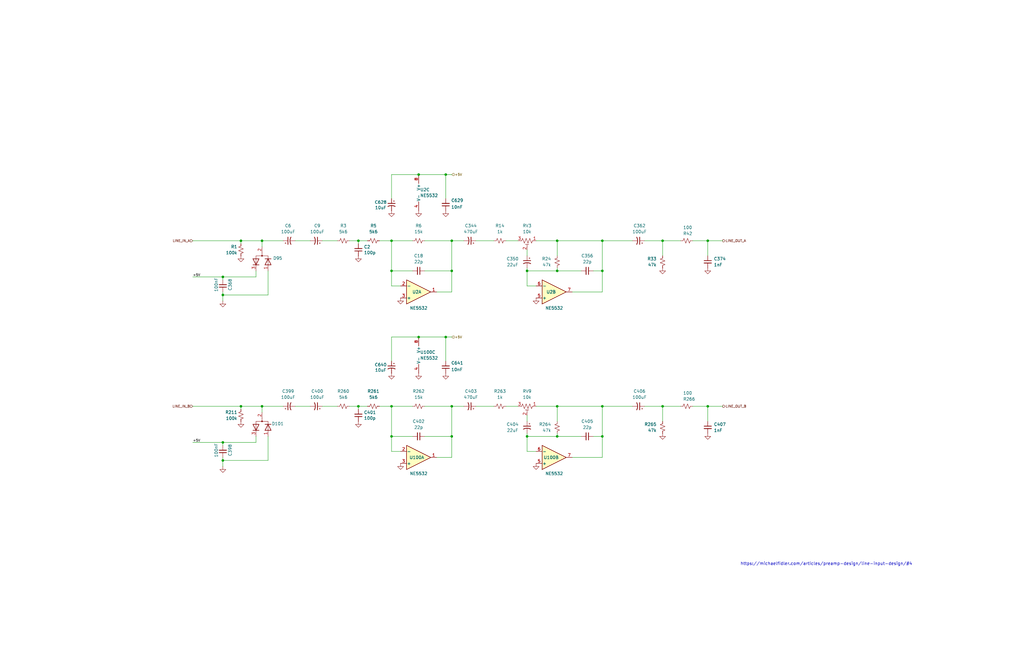
<source format=kicad_sch>
(kicad_sch (version 20250114) (generator "eeschema") (generator_version "9.0")
  (paper "B")
  (lib_symbols
    (symbol "Amplifier_Operational:NE5532" (pin_names (offset 0.127))
      (property "Reference" "U" (at 0 5.08 0))
      (property "Value" "NE5532" (at 0 -5.08 0))
      (symbol "NE5532_1_1"
        (polyline (pts (xy -5.08 5.08) (xy 5.08 0) (xy -5.08 -5.08) (xy -5.08 5.08)) (stroke (width 0.254)) (fill (type background)))
        (pin input line (at -7.62 2.54 0) (length 2.54) (name "+") (number "3"))
        (pin input line (at -7.62 -2.54 0) (length 2.54) (name "-") (number "2"))
        (pin output line (at 7.62 0 180) (length 2.54) (name "~") (number "1"))
      )
      (symbol "NE5532_2_1"
        (polyline (pts (xy -5.08 5.08) (xy 5.08 0) (xy -5.08 -5.08) (xy -5.08 5.08)) (stroke (width 0.254)) (fill (type background)))
        (pin input line (at -7.62 2.54 0) (length 2.54) (name "+") (number "5"))
        (pin input line (at -7.62 -2.54 0) (length 2.54) (name "-") (number "6"))
        (pin output line (at 7.62 0 180) (length 2.54) (name "~") (number "7"))
      )
      (symbol "NE5532_3_1"
        (pin power_in line (at -2.54 7.62 270) (length 3.81) (name "V+") (number "8"))
        (pin power_in line (at -2.54 -7.62 90) (length 3.81) (name "V-") (number "4"))
      )
    )
    (symbol "Device:C_Polarized_Small_US" (pin_numbers (hide yes)) (pin_names (offset 0.254) (hide yes))
      (property "Reference" "C" (at 0.254 1.778 0))
      (property "Value" "C_Polarized_Small_US" (at 0.254 -2.032 0))
      (symbol "C_Polarized_Small_US_0_1"
        (polyline (pts (xy -1.524 0.508) (xy 1.524 0.508)) (stroke (width 0.3048)))
        (polyline (pts (xy -1.27 1.524) (xy -0.762 1.524)))
        (polyline (pts (xy -1.016 1.27) (xy -1.016 1.778)))
        (arc (start -1.524 -0.762) (mid 0 -0.3734) (end 1.524 -0.762) (stroke (width 0.3048)))
      )
      (symbol "C_Polarized_Small_US_1_1"
        (pin passive line (at 0 2.54 270) (length 2.032) (name "~") (number "1"))
        (pin passive line (at 0 -2.54 90) (length 2.032) (name "~") (number "2"))
      )
    )
    (symbol "Device:C_Small" (pin_numbers (hide yes)) (pin_names (offset 0.254) (hide yes))
      (property "Reference" "C" (at 0.254 1.778 0))
      (property "Value" "C_Small" (at 0.254 -2.032 0))
      (symbol "C_Small_0_1"
        (polyline (pts (xy -1.524 0.508) (xy 1.524 0.508)) (stroke (width 0.3048)))
        (polyline (pts (xy -1.524 -0.508) (xy 1.524 -0.508)) (stroke (width 0.3302)))
      )
      (symbol "C_Small_1_1"
        (pin passive line (at 0 2.54 270) (length 2.032) (name "~") (number "1"))
        (pin passive line (at 0 -2.54 90) (length 2.032) (name "~") (number "2"))
      )
    )
    (symbol "Device:D_Dual_Series_ACK_Parallel" (pin_names (offset 0.762) (hide yes))
      (property "Reference" "D" (at 0 5.08 0))
      (property "Value" "D_Dual_Series_ACK_Parallel" (at 0 -5.08 0))
      (symbol "D_Dual_Series_ACK_Parallel_0_0"
        (polyline (pts (xy 0 -1.27) (xy 0 -3.81)) (stroke (width 0.254)))
        (polyline (pts (xy 2.54 3.81) (xy 2.54 1.27)) (stroke (width 0.254)))
      )
      (symbol "D_Dual_Series_ACK_Parallel_0_1"
        (circle (center -1.27 0) (radius 0.254) (fill (type outline)))
        (polyline (pts (xy -1.27 0) (xy -2.54 0)))
        (polyline (pts (xy 0 3.81) (xy 2.54 2.54) (xy 0 1.27) (xy 0 3.81) (xy 0 3.81) (xy 0 3.81)) (stroke (width 0.254)))
        (polyline (pts (xy 2.54 2.54) (xy -1.27 2.54) (xy -1.27 -2.54) (xy 2.54 -2.54)))
        (polyline (pts (xy 2.54 -1.27) (xy 0 -2.54) (xy 2.54 -3.81) (xy 2.54 -1.27) (xy 2.54 -1.27) (xy 2.54 -1.27)) (stroke (width 0.254)))
        (pin passive line (at -5.08 0 0) (length 2.54) (name "common") (number "2"))
        (pin passive line (at 5.08 2.54 180) (length 2.54) (name "K") (number "3"))
        (pin passive line (at 5.08 -2.54 180) (length 2.54) (name "A") (number "1"))
      )
    )
    (symbol "Device:R_Potentiometer_Trim_US" (pin_names (offset 1.016) (hide yes))
      (property "Reference" "RV" (at -4.445 0 90))
      (property "Value" "R_Potentiometer_Trim_US" (at -2.54 0 90))
      (symbol "R_Potentiometer_Trim_US_0_1"
        (polyline (pts (xy 0 2.286) (xy 0 2.54)))
        (polyline (pts (xy 0 2.286) (xy 1.016 1.905) (xy 0 1.524) (xy -1.016 1.143) (xy 0 0.762)))
        (polyline (pts (xy 0 0.762) (xy 1.016 0.381) (xy 0 0) (xy -1.016 -0.381) (xy 0 -0.762)))
        (polyline (pts (xy 0 -0.762) (xy 1.016 -1.143) (xy 0 -1.524) (xy -1.016 -1.905) (xy 0 -2.286)))
        (polyline (pts (xy 0 -2.286) (xy 0 -2.54)))
        (polyline (pts (xy 1.524 0.762) (xy 1.524 -0.762)))
        (polyline (pts (xy 2.54 0) (xy 1.524 0)))
      )
      (symbol "R_Potentiometer_Trim_US_1_1"
        (pin passive line (at 0 3.81 270) (length 1.27) (name "1") (number "1"))
        (pin passive line (at 0 -3.81 90) (length 1.27) (name "3") (number "3"))
        (pin passive line (at 3.81 0 180) (length 1.27) (name "2") (number "2"))
      )
    )
    (symbol "Device:R_Small_US" (pin_numbers (hide yes)) (pin_names (offset 0.254) (hide yes))
      (property "Reference" "R" (at 0.762 0.508 0))
      (property "Value" "R_Small_US" (at 0.762 -1.016 0))
      (symbol "R_Small_US_1_1"
        (polyline (pts (xy 0 1.524) (xy 1.016 1.143) (xy 0 0.762) (xy -1.016 0.381) (xy 0 0)))
        (polyline (pts (xy 0 0) (xy 1.016 -0.381) (xy 0 -0.762) (xy -1.016 -1.143) (xy 0 -1.524)))
        (pin passive line (at 0 2.54 270) (length 1.016) (name "~") (number "1"))
        (pin passive line (at 0 -2.54 90) (length 1.016) (name "~") (number "2"))
      )
    )
    (symbol "power:GND" (power) (pin_numbers (hide yes)) (pin_names (offset 0) (hide yes))
      (property "Value" "GND" (at 0 -3.81 0))
      (symbol "GND_0_1"
        (polyline (pts (xy 0 0) (xy 0 -1.27) (xy 1.27 -1.27) (xy 0 -2.54) (xy -1.27 -1.27) (xy 0 -1.27)))
      )
      (symbol "GND_1_1"
        (pin power_in line (at 0 0 270) (length 0) (name "~") (number "1"))
      )
    )
  )
  (text "https://michaelfidler.com/articles/preamp-design/line-input-design/#4" (at 348.488 237.998 0) (effects (font (size 1.27 1.27))))
  (junction (at 165.1 184.15))
  (junction (at 222.25 114.3))
  (junction (at 110.49 101.6))
  (junction (at 151.13 101.6))
  (junction (at 165.1 101.6))
  (junction (at 234.95 101.6))
  (junction (at 93.98 124.46))
  (junction (at 234.95 171.45))
  (junction (at 110.49 171.45))
  (junction (at 93.98 186.69))
  (junction (at 101.6 171.45))
  (junction (at 234.95 114.3))
  (junction (at 190.5 171.45))
  (junction (at 254 184.15))
  (junction (at 187.96 142.24))
  (junction (at 222.25 184.15))
  (junction (at 176.53 142.24))
  (junction (at 298.45 171.45))
  (junction (at 298.45 101.6))
  (junction (at 176.53 73.66))
  (junction (at 254 101.6))
  (junction (at 93.98 116.84))
  (junction (at 165.1 114.3))
  (junction (at 254 171.45))
  (junction (at 279.4 171.45))
  (junction (at 234.95 184.15))
  (junction (at 254 114.3))
  (junction (at 190.5 184.15))
  (junction (at 101.6 101.6))
  (junction (at 190.5 114.3))
  (junction (at 187.96 73.66))
  (junction (at 93.98 194.31))
  (junction (at 151.13 171.45))
  (junction (at 190.5 101.6))
  (junction (at 165.1 171.45))
  (junction (at 279.4 101.6))
  (wire (pts (xy 298.45 171.45) (xy 298.45 177.8)))
  (wire (pts (xy 187.96 142.24) (xy 176.53 142.24)))
  (wire (pts (xy 107.95 186.69) (xy 107.95 184.15)))
  (wire (pts (xy 151.13 172.72) (xy 151.13 171.45)))
  (wire (pts (xy 254 171.45) (xy 254 184.15)))
  (wire (pts (xy 254 101.6) (xy 234.95 101.6)))
  (wire (pts (xy 234.95 184.15) (xy 245.11 184.15)))
  (wire (pts (xy 165.1 83.82) (xy 165.1 73.66)))
  (wire (pts (xy 179.07 114.3) (xy 190.5 114.3)))
  (wire (pts (xy 298.45 101.6) (xy 298.45 107.95)))
  (wire (pts (xy 101.6 101.6) (xy 110.49 101.6)))
  (wire (pts (xy 226.06 120.65) (xy 222.25 120.65)))
  (wire (pts (xy 190.5 101.6) (xy 190.5 114.3)))
  (wire (pts (xy 81.28 101.6) (xy 101.6 101.6)))
  (wire (pts (xy 101.6 172.72) (xy 101.6 171.45)))
  (wire (pts (xy 222.25 120.65) (xy 222.25 114.3)))
  (wire (pts (xy 266.7 101.6) (xy 254 101.6)))
  (wire (pts (xy 110.49 104.14) (xy 110.49 101.6)))
  (wire (pts (xy 190.5 193.04) (xy 184.15 193.04)))
  (wire (pts (xy 113.03 114.3) (xy 113.03 124.46)))
  (wire (pts (xy 165.1 184.15) (xy 165.1 171.45)))
  (wire (pts (xy 165.1 184.15) (xy 173.99 184.15)))
  (wire (pts (xy 234.95 177.8) (xy 234.95 171.45)))
  (wire (pts (xy 279.4 101.6) (xy 271.78 101.6)))
  (wire (pts (xy 168.91 190.5) (xy 165.1 190.5)))
  (wire (pts (xy 254 101.6) (xy 254 114.3)))
  (wire (pts (xy 234.95 101.6) (xy 226.06 101.6)))
  (wire (pts (xy 241.3 123.19) (xy 254 123.19)))
  (wire (pts (xy 151.13 171.45) (xy 147.32 171.45)))
  (wire (pts (xy 250.19 184.15) (xy 254 184.15)))
  (wire (pts (xy 113.03 184.15) (xy 113.03 194.31)))
  (wire (pts (xy 234.95 114.3) (xy 222.25 114.3)))
  (wire (pts (xy 222.25 105.41) (xy 222.25 107.95)))
  (wire (pts (xy 113.03 124.46) (xy 93.98 124.46)))
  (wire (pts (xy 179.07 171.45) (xy 190.5 171.45)))
  (wire (pts (xy 250.19 114.3) (xy 254 114.3)))
  (wire (pts (xy 298.45 101.6) (xy 304.8 101.6)))
  (wire (pts (xy 234.95 171.45) (xy 226.06 171.45)))
  (wire (pts (xy 165.1 152.4) (xy 165.1 142.24)))
  (wire (pts (xy 113.03 194.31) (xy 93.98 194.31)))
  (wire (pts (xy 187.96 73.66) (xy 187.96 83.82)))
  (wire (pts (xy 107.95 186.69) (xy 93.98 186.69)))
  (wire (pts (xy 165.1 73.66) (xy 176.53 73.66)))
  (wire (pts (xy 110.49 171.45) (xy 119.38 171.45)))
  (wire (pts (xy 190.5 171.45) (xy 195.58 171.45)))
  (wire (pts (xy 200.66 171.45) (xy 208.28 171.45)))
  (wire (pts (xy 234.95 114.3) (xy 245.11 114.3)))
  (wire (pts (xy 107.95 116.84) (xy 107.95 114.3)))
  (wire (pts (xy 81.28 116.84) (xy 93.98 116.84)))
  (wire (pts (xy 279.4 101.6) (xy 287.02 101.6)))
  (wire (pts (xy 190.5 101.6) (xy 195.58 101.6)))
  (wire (pts (xy 187.96 73.66) (xy 176.53 73.66)))
  (wire (pts (xy 187.96 73.66) (xy 190.5 73.66)))
  (wire (pts (xy 101.6 102.87) (xy 101.6 101.6)))
  (wire (pts (xy 160.02 171.45) (xy 165.1 171.45)))
  (wire (pts (xy 93.98 127) (xy 93.98 124.46)))
  (wire (pts (xy 213.36 171.45) (xy 218.44 171.45)))
  (wire (pts (xy 279.4 107.95) (xy 279.4 101.6)))
  (wire (pts (xy 151.13 101.6) (xy 147.32 101.6)))
  (wire (pts (xy 254 171.45) (xy 234.95 171.45)))
  (wire (pts (xy 213.36 101.6) (xy 218.44 101.6)))
  (wire (pts (xy 93.98 196.85) (xy 93.98 194.31)))
  (wire (pts (xy 222.25 184.15) (xy 222.25 182.88)))
  (wire (pts (xy 254 123.19) (xy 254 114.3)))
  (wire (pts (xy 187.96 142.24) (xy 187.96 152.4)))
  (wire (pts (xy 234.95 113.03) (xy 234.95 114.3)))
  (wire (pts (xy 151.13 171.45) (xy 154.94 171.45)))
  (wire (pts (xy 222.25 190.5) (xy 222.25 184.15)))
  (wire (pts (xy 279.4 171.45) (xy 287.02 171.45)))
  (wire (pts (xy 165.1 142.24) (xy 176.53 142.24)))
  (wire (pts (xy 165.1 114.3) (xy 173.99 114.3)))
  (wire (pts (xy 190.5 114.3) (xy 190.5 123.19)))
  (wire (pts (xy 93.98 186.69) (xy 93.98 187.96)))
  (wire (pts (xy 110.49 101.6) (xy 119.38 101.6)))
  (wire (pts (xy 165.1 114.3) (xy 165.1 120.65)))
  (wire (pts (xy 292.1 171.45) (xy 298.45 171.45)))
  (wire (pts (xy 165.1 184.15) (xy 165.1 190.5)))
  (wire (pts (xy 165.1 171.45) (xy 173.99 171.45)))
  (wire (pts (xy 151.13 102.87) (xy 151.13 101.6)))
  (wire (pts (xy 165.1 114.3) (xy 165.1 101.6)))
  (wire (pts (xy 222.25 114.3) (xy 222.25 113.03)))
  (wire (pts (xy 107.95 116.84) (xy 93.98 116.84)))
  (wire (pts (xy 160.02 101.6) (xy 165.1 101.6)))
  (wire (pts (xy 135.89 171.45) (xy 142.24 171.45)))
  (wire (pts (xy 124.46 171.45) (xy 130.81 171.45)))
  (wire (pts (xy 81.28 186.69) (xy 93.98 186.69)))
  (wire (pts (xy 279.4 171.45) (xy 271.78 171.45)))
  (wire (pts (xy 222.25 175.26) (xy 222.25 177.8)))
  (wire (pts (xy 266.7 171.45) (xy 254 171.45)))
  (wire (pts (xy 200.66 101.6) (xy 208.28 101.6)))
  (wire (pts (xy 292.1 101.6) (xy 298.45 101.6)))
  (wire (pts (xy 110.49 173.99) (xy 110.49 171.45)))
  (wire (pts (xy 234.95 182.88) (xy 234.95 184.15)))
  (wire (pts (xy 165.1 101.6) (xy 173.99 101.6)))
  (wire (pts (xy 101.6 171.45) (xy 110.49 171.45)))
  (wire (pts (xy 279.4 177.8) (xy 279.4 171.45)))
  (wire (pts (xy 234.95 107.95) (xy 234.95 101.6)))
  (wire (pts (xy 241.3 193.04) (xy 254 193.04)))
  (wire (pts (xy 93.98 193.04) (xy 93.98 194.31)))
  (wire (pts (xy 124.46 101.6) (xy 130.81 101.6)))
  (wire (pts (xy 93.98 123.19) (xy 93.98 124.46)))
  (wire (pts (xy 81.28 171.45) (xy 101.6 171.45)))
  (wire (pts (xy 254 193.04) (xy 254 184.15)))
  (wire (pts (xy 93.98 116.84) (xy 93.98 118.11)))
  (wire (pts (xy 179.07 101.6) (xy 190.5 101.6)))
  (wire (pts (xy 190.5 123.19) (xy 184.15 123.19)))
  (wire (pts (xy 187.96 142.24) (xy 190.5 142.24)))
  (wire (pts (xy 298.45 171.45) (xy 304.8 171.45)))
  (wire (pts (xy 234.95 184.15) (xy 222.25 184.15)))
  (wire (pts (xy 190.5 184.15) (xy 190.5 193.04)))
  (wire (pts (xy 168.91 120.65) (xy 165.1 120.65)))
  (wire (pts (xy 179.07 184.15) (xy 190.5 184.15)))
  (wire (pts (xy 190.5 171.45) (xy 190.5 184.15)))
  (wire (pts (xy 151.13 101.6) (xy 154.94 101.6)))
  (wire (pts (xy 135.89 101.6) (xy 142.24 101.6)))
  (wire (pts (xy 226.06 190.5) (xy 222.25 190.5)))
  (label "+5V" (at 81.28 186.69 0) (effects (font (size 1 1))))
  (label "+5V" (at 81.28 116.84 0) (effects (font (size 1 1))))
  (hierarchical_label "LINE_OUT_A" (shape output) (at 304.8 101.6 0) (effects (font (size 1 1))))
  (hierarchical_label "+5V" (shape input) (at 190.5 73.66 0) (effects (font (size 1 1))))
  (hierarchical_label "+5V" (shape input) (at 190.5 142.24 0) (effects (font (size 1 1))))
  (hierarchical_label "LINE_OUT_B" (shape output) (at 304.8 171.45 0) (effects (font (size 1 1))))
  (hierarchical_label "LINE_IN_B" (shape input) (at 81.28 171.45 180) (effects (font (size 1 1))))
  (hierarchical_label "LINE_IN_A" (shape input) (at 81.28 101.6 180) (effects (font (size 1 1))))
  (symbol (lib_id "Device:C_Small") (at 247.65 114.3 270) (unit 1)
    (property "Reference" "C354" (at 247.6436 107.95 90))
    (property "Value" "22p" (at 247.6436 110.49 90))
    (property "Description" "Unpolarized capacitor, small symbol" (effects (hide yes)))
    (instances (project "PilotAudioPanel" (path "" (reference "C356") (unit 1)) (path "" (reference "C359") (unit 1)) (path "" (reference "C357") (unit 1)) (path "" (reference "C355") (unit 1)) (path "" (reference "C358") (unit 1)) (path "" (reference "C354") (unit 1))))
  )
  (symbol (lib_id "Device:R_Small_US") (at 210.82 101.6 90) (unit 1)
    (property "Reference" "R11" (at 210.82 95.25 90))
    (property "Value" "1k" (at 210.82 97.79 90))
    (property "Description" "Resistor, small US symbol" (effects (hide yes)))
    (instances (project "PilotAudioPanel" (path "" (reference "R14") (unit 1)) (path "" (reference "R19") (unit 1)) (path "" (reference "R16") (unit 1)) (path "" (reference "R12") (unit 1)) (path "" (reference "R18") (unit 1)) (path "" (reference "R11") (unit 1))))
  )
  (symbol (lib_id "Device:C_Small") (at 298.45 180.34 0) (unit 1)
    (property "Reference" "C387" (at 300.99 179.0762 0) (effects (justify left)))
    (property "Value" "1nF" (at 300.99 181.6162 0) (effects (justify left)))
    (property "Description" "Unpolarized capacitor, small symbol" (effects (hide yes)))
    (instances (project "PilotAudioPanel" (path "" (reference "C407") (unit 1)) (path "" (reference "C437") (unit 1)) (path "" (reference "C417") (unit 1)) (path "" (reference "C397") (unit 1)) (path "" (reference "C427") (unit 1)) (path "" (reference "C387") (unit 1))))
  )
  (symbol (lib_id "Amplifier_Operational:NE5532") (at 176.53 123.19 0) (mirror x) (unit 1)
    (property "Reference" "U3" (at 175.768 123.19 0))
    (property "Value" "NE5532" (at 176.53 129.9902 0))
    (property "Datasheet" "http://www.ti.com/lit/ds/symlink/ne5532.pdf" (effects (hide yes)))
    (property "Description" "Dual Low-Noise Operational Amplifiers, DIP-8/SOIC-8" (effects (hide yes)))
    (instances (project "PilotAudioPanel" (path "" (reference "U2") (unit 1)) (path "" (reference "U7") (unit 1)) (path "" (reference "U5") (unit 1)) (path "" (reference "U4") (unit 1)) (path "" (reference "U6") (unit 1)) (path "" (reference "U3") (unit 1))))
  )
  (symbol (lib_id "power:GND") (at 279.4 182.88 0) (unit 1)
    (property "Reference" "#PWR0565" (effects (hide yes)))
    (property "Value" "GND" (effects (hide yes)))
    (property "Description" "Power symbol creates a global label with name \"GND\" , ground" (effects (hide yes)))
    (instances (project "PilotAudioPanel" (path "" (reference "#PWR0579") (unit 1)) (path "" (reference "#PWR0600") (unit 1)) (path "" (reference "#PWR0586") (unit 1)) (path "" (reference "#PWR0572") (unit 1)) (path "" (reference "#PWR0593") (unit 1)) (path "" (reference "#PWR0565") (unit 1))))
  )
  (symbol (lib_id "Device:C_Small") (at 187.96 86.36 0) (mirror x) (unit 1)
    (property "Reference" "C170" (at 190.246 84.582 0) (effects (justify left)))
    (property "Value" "10nF" (at 190.246 87.376 0) (effects (justify left)))
    (property "Description" "Unpolarized capacitor, small symbol" (effects (hide yes)))
    (instances (project "PilotAudioPanel" (path "" (reference "C629") (unit 1)) (path "" (reference "C635") (unit 1)) (path "" (reference "C631") (unit 1)) (path "" (reference "C627") (unit 1)) (path "" (reference "C633") (unit 1)) (path "" (reference "C170") (unit 1))))
  )
  (symbol (lib_id "Device:C_Small") (at 187.96 154.94 0) (mirror x) (unit 1)
    (property "Reference" "C637" (at 190.246 153.162 0) (effects (justify left)))
    (property "Value" "10nF" (at 190.246 155.956 0) (effects (justify left)))
    (property "Description" "Unpolarized capacitor, small symbol" (effects (hide yes)))
    (instances (project "PilotAudioPanel" (path "" (reference "C641") (unit 1)) (path "" (reference "C647") (unit 1)) (path "" (reference "C643") (unit 1)) (path "" (reference "C639") (unit 1)) (path "" (reference "C645") (unit 1)) (path "" (reference "C637") (unit 1))))
  )
  (symbol (lib_id "Device:R_Small_US") (at 279.4 180.34 0) (mirror x) (unit 1)
    (property "Reference" "R192" (at 276.86 179.0699 0) (effects (justify right)))
    (property "Value" "47k" (at 276.86 181.6099 0) (effects (justify right)))
    (property "Description" "Resistor, small US symbol" (effects (hide yes)))
    (instances (project "PilotAudioPanel" (path "" (reference "R265") (unit 1)) (path "" (reference "R289") (unit 1)) (path "" (reference "R273") (unit 1)) (path "" (reference "R200") (unit 1)) (path "" (reference "R281") (unit 1)) (path "" (reference "R192") (unit 1))))
  )
  (symbol (lib_id "power:GND") (at 165.1 157.48 0) (unit 1)
    (property "Reference" "#PWR0382" (effects (hide yes)))
    (property "Value" "GND" (effects (hide yes)))
    (property "Description" "Power symbol creates a global label with name \"GND\" , ground" (effects (hide yes)))
    (instances (project "PilotAudioPanel" (path "" (reference "#PWR0386") (unit 1)) (path "" (reference "#PWR0392") (unit 1)) (path "" (reference "#PWR0388") (unit 1)) (path "" (reference "#PWR0384") (unit 1)) (path "" (reference "#PWR0390") (unit 1)) (path "" (reference "#PWR0382") (unit 1))))
  )
  (symbol (lib_id "Amplifier_Operational:NE5532") (at 179.07 149.86 0) (unit 3)
    (property "Reference" "U98" (at 177.165 148.6478 0) (effects (justify left)))
    (property "Value" "NE5532" (at 177.165 151.0721 0) (effects (justify left)))
    (property "Datasheet" "http://www.ti.com/lit/ds/symlink/ne5532.pdf" (effects (hide yes)))
    (property "Description" "Dual Low-Noise Operational Amplifiers, DIP-8/SOIC-8" (effects (hide yes)))
    (instances (project "PilotAudioPanel" (path "" (reference "U100") (unit 3)) (path "" (reference "U103") (unit 3)) (path "" (reference "U101") (unit 3)) (path "" (reference "U99") (unit 3)) (path "" (reference "U102") (unit 3)) (path "" (reference "U98") (unit 3))))
  )
  (symbol (lib_id "Device:C_Small") (at 176.53 184.15 270) (unit 1)
    (property "Reference" "C382" (at 176.5236 177.8 90))
    (property "Value" "22p" (at 176.5236 180.34 90))
    (property "Description" "Unpolarized capacitor, small symbol" (effects (hide yes)))
    (instances (project "PilotAudioPanel" (path "" (reference "C402") (unit 1)) (path "" (reference "C432") (unit 1)) (path "" (reference "C412") (unit 1)) (path "" (reference "C392") (unit 1)) (path "" (reference "C422") (unit 1)) (path "" (reference "C382") (unit 1))))
  )
  (symbol (lib_id "Device:C_Small") (at 151.13 175.26 180) (unit 1)
    (property "Reference" "C381" (at 153.4541 174.0414 0) (effects (justify right)))
    (property "Value" "100p" (at 153.4541 176.4657 0) (effects (justify right)))
    (property "Description" "Unpolarized capacitor, small symbol" (effects (hide yes)))
    (instances (project "PilotAudioPanel" (path "" (reference "C401") (unit 1)) (path "" (reference "C431") (unit 1)) (path "" (reference "C411") (unit 1)) (path "" (reference "C391") (unit 1)) (path "" (reference "C421") (unit 1)) (path "" (reference "C381") (unit 1))))
  )
  (symbol (lib_id "Device:C_Small") (at 298.45 110.49 0) (unit 1)
    (property "Reference" "C372" (at 300.99 109.2262 0) (effects (justify left)))
    (property "Value" "1nF" (at 300.99 111.7662 0) (effects (justify left)))
    (property "Description" "Unpolarized capacitor, small symbol" (effects (hide yes)))
    (instances (project "PilotAudioPanel" (path "" (reference "C374") (unit 1)) (path "" (reference "C377") (unit 1)) (path "" (reference "C375") (unit 1)) (path "" (reference "C373") (unit 1)) (path "" (reference "C376") (unit 1)) (path "" (reference "C372") (unit 1))))
  )
  (symbol (lib_id "Device:C_Polarized_Small_US") (at 121.92 171.45 90) (unit 1)
    (property "Reference" "C379" (at 121.4882 165.1 90))
    (property "Value" "100uF" (at 121.4882 167.64 90))
    (property "Description" "Polarized capacitor, small US symbol" (effects (hide yes)))
    (instances (project "PilotAudioPanel" (path "" (reference "C399") (unit 1)) (path "" (reference "C429") (unit 1)) (path "" (reference "C409") (unit 1)) (path "" (reference "C389") (unit 1)) (path "" (reference "C419") (unit 1)) (path "" (reference "C379") (unit 1))))
  )
  (symbol (lib_id "power:GND") (at 226.06 125.73 0) (unit 1)
    (property "Reference" "#PWR029" (effects (hide yes)))
    (property "Value" "GND" (effects (hide yes)))
    (property "Description" "Power symbol creates a global label with name \"GND\" , ground" (effects (hide yes)))
    (instances (project "PilotAudioPanel" (path "" (reference "#PWR031") (unit 1)) (path "" (reference "#PWR037") (unit 1)) (path "" (reference "#PWR035") (unit 1)) (path "" (reference "#PWR030") (unit 1)) (path "" (reference "#PWR036") (unit 1)) (path "" (reference "#PWR029") (unit 1))))
  )
  (symbol (lib_id "Device:R_Small_US") (at 101.6 175.26 0) (mirror y) (unit 1)
    (property "Reference" "R186" (at 100.076 173.99 0) (effects (justify left)))
    (property "Value" "100k" (at 100.076 176.53 0) (effects (justify left)))
    (property "Description" "Resistor, small US symbol" (effects (hide yes)))
    (instances (project "PilotAudioPanel" (path "" (reference "R211") (unit 1)) (path "" (reference "R283") (unit 1)) (path "" (reference "R267") (unit 1)) (path "" (reference "R194") (unit 1)) (path "" (reference "R275") (unit 1)) (path "" (reference "R186") (unit 1))))
  )
  (symbol (lib_id "Device:R_Small_US") (at 234.95 110.49 0) (mirror x) (unit 1)
    (property "Reference" "R20" (at 232.41 109.2199 0) (effects (justify right)))
    (property "Value" "47k" (at 232.41 111.7599 0) (effects (justify right)))
    (property "Description" "Resistor, small US symbol" (effects (hide yes)))
    (instances (project "PilotAudioPanel" (path "" (reference "R24") (unit 1)) (path "" (reference "R30") (unit 1)) (path "" (reference "R28") (unit 1)) (path "" (reference "R22") (unit 1)) (path "" (reference "R29") (unit 1)) (path "" (reference "R20") (unit 1))))
  )
  (symbol (lib_id "power:GND") (at 168.91 195.58 0) (unit 1)
    (property "Reference" "#PWR0563" (effects (hide yes)))
    (property "Value" "GND" (effects (hide yes)))
    (property "Description" "Power symbol creates a global label with name \"GND\" , ground" (effects (hide yes)))
    (instances (project "PilotAudioPanel" (path "" (reference "#PWR0577") (unit 1)) (path "" (reference "#PWR0598") (unit 1)) (path "" (reference "#PWR0584") (unit 1)) (path "" (reference "#PWR0570") (unit 1)) (path "" (reference "#PWR0591") (unit 1)) (path "" (reference "#PWR0563") (unit 1))))
  )
  (symbol (lib_id "Device:R_Small_US") (at 144.78 101.6 90) (unit 1)
    (property "Reference" "R13" (at 144.78 95.25 90))
    (property "Value" "5k6" (at 144.78 97.79 90))
    (property "Description" "Resistor, small US symbol" (effects (hide yes)))
    (instances (project "PilotAudioPanel" (path "" (reference "R3") (unit 1)) (path "" (reference "R39") (unit 1)) (path "" (reference "R38") (unit 1)) (path "" (reference "R21") (unit 1)) (path "" (reference "R37") (unit 1)) (path "" (reference "R13") (unit 1))))
  )
  (symbol (lib_id "Device:C_Polarized_Small_US") (at 121.92 101.6 90) (unit 1)
    (property "Reference" "C3" (at 121.4882 95.25 90))
    (property "Value" "100uF" (at 121.4882 97.79 90))
    (property "Description" "Polarized capacitor, small US symbol" (effects (hide yes)))
    (instances (project "" (path "" (reference "C6") (unit 1)) (path "" (reference "C12") (unit 1)) (path "" (reference "C8") (unit 1)) (path "" (reference "C4") (unit 1)) (path "" (reference "C10") (unit 1)) (path "" (reference "C3") (unit 1))))
  )
  (symbol (lib_id "Device:C_Polarized_Small_US") (at 222.25 110.49 0) (mirror y) (unit 1)
    (property "Reference" "C348" (at 216.154 109.22 0))
    (property "Value" "22uF" (at 216.154 111.76 0))
    (property "Description" "Polarized capacitor, small US symbol" (effects (hide yes)))
    (instances (project "PilotAudioPanel" (path "" (reference "C350") (unit 1)) (path "" (reference "C353") (unit 1)) (path "" (reference "C351") (unit 1)) (path "" (reference "C349") (unit 1)) (path "" (reference "C352") (unit 1)) (path "" (reference "C348") (unit 1))))
  )
  (symbol (lib_id "Amplifier_Operational:NE5532") (at 176.53 193.04 0) (mirror x) (unit 1)
    (property "Reference" "U98" (at 175.768 193.04 0))
    (property "Value" "NE5532" (at 176.53 199.8402 0))
    (property "Datasheet" "http://www.ti.com/lit/ds/symlink/ne5532.pdf" (effects (hide yes)))
    (property "Description" "Dual Low-Noise Operational Amplifiers, DIP-8/SOIC-8" (effects (hide yes)))
    (instances (project "PilotAudioPanel" (path "" (reference "U100") (unit 1)) (path "" (reference "U103") (unit 1)) (path "" (reference "U101") (unit 1)) (path "" (reference "U99") (unit 1)) (path "" (reference "U102") (unit 1)) (path "" (reference "U98") (unit 1))))
  )
  (symbol (lib_id "power:GND") (at 165.1 88.9 0) (unit 1)
    (property "Reference" "#PWR0309" (effects (hide yes)))
    (property "Value" "GND" (effects (hide yes)))
    (property "Description" "Power symbol creates a global label with name \"GND\" , ground" (effects (hide yes)))
    (instances (project "PilotAudioPanel" (path "" (reference "#PWR0314") (unit 1)) (path "" (reference "#PWR0380") (unit 1)) (path "" (reference "#PWR0376") (unit 1)) (path "" (reference "#PWR0311") (unit 1)) (path "" (reference "#PWR0378") (unit 1)) (path "" (reference "#PWR0309") (unit 1))))
  )
  (symbol (lib_id "Device:R_Small_US") (at 144.78 171.45 90) (unit 1)
    (property "Reference" "R187" (at 144.78 165.1 90))
    (property "Value" "5k6" (at 144.78 167.64 90))
    (property "Description" "Resistor, small US symbol" (effects (hide yes)))
    (instances (project "PilotAudioPanel" (path "" (reference "R260") (unit 1)) (path "" (reference "R284") (unit 1)) (path "" (reference "R268") (unit 1)) (path "" (reference "R195") (unit 1)) (path "" (reference "R276") (unit 1)) (path "" (reference "R187") (unit 1))))
  )
  (symbol (lib_id "Device:C_Small") (at 176.53 114.3 270) (unit 1)
    (property "Reference" "C16" (at 176.5236 107.95 90))
    (property "Value" "22p" (at 176.5236 110.49 90))
    (property "Description" "Unpolarized capacitor, small symbol" (effects (hide yes)))
    (instances (project "PilotAudioPanel" (path "" (reference "C18") (unit 1)) (path "" (reference "C24") (unit 1)) (path "" (reference "C22") (unit 1)) (path "" (reference "C17") (unit 1)) (path "" (reference "C23") (unit 1)) (path "" (reference "C16") (unit 1))))
  )
  (symbol (lib_id "Device:R_Small_US") (at 176.53 171.45 90) (unit 1)
    (property "Reference" "R189" (at 176.53 165.1 90))
    (property "Value" "15k" (at 176.53 167.64 90))
    (property "Description" "Resistor, small US symbol" (effects (hide yes)))
    (instances (project "PilotAudioPanel" (path "" (reference "R262") (unit 1)) (path "" (reference "R286") (unit 1)) (path "" (reference "R270") (unit 1)) (path "" (reference "R197") (unit 1)) (path "" (reference "R278") (unit 1)) (path "" (reference "R189") (unit 1))))
  )
  (symbol (lib_id "Device:C_Small") (at 93.98 120.65 0) (mirror x) (unit 1)
    (property "Reference" "C366" (at 97.028 122.682 90) (effects (justify right)))
    (property "Value" "100nF" (at 91.186 123.19 90) (effects (justify right)))
    (property "Description" "Unpolarized capacitor, small symbol" (effects (hide yes)))
    (instances (project "PilotAudioPanel" (path "" (reference "C368") (unit 1)) (path "" (reference "C371") (unit 1)) (path "" (reference "C369") (unit 1)) (path "" (reference "C367") (unit 1)) (path "" (reference "C370") (unit 1)) (path "" (reference "C366") (unit 1))))
  )
  (symbol (lib_id "power:GND") (at 187.96 88.9 0) (mirror y) (unit 1)
    (property "Reference" "#PWR0310" (effects (hide yes)))
    (property "Value" "GND" (effects (hide yes)))
    (property "Description" "Power symbol creates a global label with name \"GND\" , ground" (effects (hide yes)))
    (instances (project "PilotAudioPanel" (path "" (reference "#PWR0322") (unit 1)) (path "" (reference "#PWR0381") (unit 1)) (path "" (reference "#PWR0377") (unit 1)) (path "" (reference "#PWR0313") (unit 1)) (path "" (reference "#PWR0379") (unit 1)) (path "" (reference "#PWR0310") (unit 1))))
  )
  (symbol (lib_id "Device:R_Potentiometer_Trim_US") (at 222.25 171.45 270) (unit 1)
    (property "Reference" "RV7" (at 222.25 165.1 90))
    (property "Value" "10k" (at 222.25 167.64 90))
    (property "Description" "Trim-potentiometer, US symbol" (effects (hide yes)))
    (instances (project "PilotAudioPanel" (path "" (reference "RV9") (unit 1)) (path "" (reference "RV12") (unit 1)) (path "" (reference "RV10") (unit 1)) (path "" (reference "RV8") (unit 1)) (path "" (reference "RV11") (unit 1)) (path "" (reference "RV7") (unit 1))))
  )
  (symbol (lib_id "power:GND") (at 101.6 107.95 0) (unit 1)
    (property "Reference" "#PWR07" (effects (hide yes)))
    (property "Value" "GND" (effects (hide yes)))
    (property "Description" "Power symbol creates a global label with name \"GND\" , ground" (effects (hide yes)))
    (instances (project "PilotAudioPanel" (path "" (reference "#PWR03") (unit 1)) (path "" (reference "#PWR022") (unit 1)) (path "" (reference "#PWR020") (unit 1)) (path "" (reference "#PWR013") (unit 1)) (path "" (reference "#PWR021") (unit 1)) (path "" (reference "#PWR07") (unit 1))))
  )
  (symbol (lib_id "Device:R_Small_US") (at 157.48 101.6 90) (unit 1)
    (property "Reference" "R15" (at 157.48 95.25 90))
    (property "Value" "5k6" (at 157.48 97.79 90))
    (property "Description" "Resistor, small US symbol" (effects (hide yes)))
    (instances (project "PilotAudioPanel" (path "" (reference "R5") (unit 1)) (path "" (reference "R45") (unit 1)) (path "" (reference "R43") (unit 1)) (path "" (reference "R23") (unit 1)) (path "" (reference "R44") (unit 1)) (path "" (reference "R15") (unit 1))))
  )
  (symbol (lib_id "Device:C_Polarized_Small_US") (at 222.25 180.34 0) (mirror y) (unit 1)
    (property "Reference" "C384" (at 216.154 179.07 0))
    (property "Value" "22uF" (at 216.154 181.61 0))
    (property "Description" "Polarized capacitor, small US symbol" (effects (hide yes)))
    (instances (project "PilotAudioPanel" (path "" (reference "C404") (unit 1)) (path "" (reference "C434") (unit 1)) (path "" (reference "C414") (unit 1)) (path "" (reference "C394") (unit 1)) (path "" (reference "C424") (unit 1)) (path "" (reference "C384") (unit 1))))
  )
  (symbol (lib_id "Device:C_Polarized_Small_US") (at 165.1 154.94 0) (mirror y) (unit 1)
    (property "Reference" "C636" (at 160.528 153.924 0))
    (property "Value" "10uF" (at 160.528 156.21 0))
    (property "Description" "Polarized capacitor, small US symbol" (effects (hide yes)))
    (instances (project "PilotAudioPanel" (path "" (reference "C640") (unit 1)) (path "" (reference "C646") (unit 1)) (path "" (reference "C642") (unit 1)) (path "" (reference "C638") (unit 1)) (path "" (reference "C644") (unit 1)) (path "" (reference "C636") (unit 1))))
  )
  (symbol (lib_id "power:GND") (at 226.06 195.58 0) (unit 1)
    (property "Reference" "#PWR0564" (effects (hide yes)))
    (property "Value" "GND" (effects (hide yes)))
    (property "Description" "Power symbol creates a global label with name \"GND\" , ground" (effects (hide yes)))
    (instances (project "PilotAudioPanel" (path "" (reference "#PWR0578") (unit 1)) (path "" (reference "#PWR0599") (unit 1)) (path "" (reference "#PWR0585") (unit 1)) (path "" (reference "#PWR0571") (unit 1)) (path "" (reference "#PWR0592") (unit 1)) (path "" (reference "#PWR0564") (unit 1))))
  )
  (symbol (lib_id "power:GND") (at 168.91 125.73 0) (unit 1)
    (property "Reference" "#PWR02" (effects (hide yes)))
    (property "Value" "GND" (effects (hide yes)))
    (property "Description" "Power symbol creates a global label with name \"GND\" , ground" (effects (hide yes)))
    (instances (project "PilotAudioPanel" (path "" (reference "#PWR05") (unit 1)) (path "" (reference "#PWR09") (unit 1)) (path "" (reference "#PWR06") (unit 1)) (path "" (reference "#PWR04") (unit 1)) (path "" (reference "#PWR08") (unit 1)) (path "" (reference "#PWR02") (unit 1))))
  )
  (symbol (lib_id "Device:R_Small_US") (at 234.95 180.34 0) (mirror x) (unit 1)
    (property "Reference" "R191" (at 232.41 179.0699 0) (effects (justify right)))
    (property "Value" "47k" (at 232.41 181.6099 0) (effects (justify right)))
    (property "Description" "Resistor, small US symbol" (effects (hide yes)))
    (instances (project "PilotAudioPanel" (path "" (reference "R264") (unit 1)) (path "" (reference "R288") (unit 1)) (path "" (reference "R272") (unit 1)) (path "" (reference "R199") (unit 1)) (path "" (reference "R280") (unit 1)) (path "" (reference "R191") (unit 1))))
  )
  (symbol (lib_id "Amplifier_Operational:NE5532") (at 179.07 81.28 0) (unit 3)
    (property "Reference" "U3" (at 177.165 80.0678 0) (effects (justify left)))
    (property "Value" "NE5532" (at 177.165 82.4921 0) (effects (justify left)))
    (property "Datasheet" "http://www.ti.com/lit/ds/symlink/ne5532.pdf" (effects (hide yes)))
    (property "Description" "Dual Low-Noise Operational Amplifiers, DIP-8/SOIC-8" (effects (hide yes)))
    (instances (project "PilotAudioPanel" (path "" (reference "U2") (unit 3)) (path "" (reference "U7") (unit 3)) (path "" (reference "U5") (unit 3)) (path "" (reference "U4") (unit 3)) (path "" (reference "U6") (unit 3)) (path "" (reference "U3") (unit 3))))
  )
  (symbol (lib_id "power:GND") (at 151.13 177.8 0) (unit 1)
    (property "Reference" "#PWR0562" (effects (hide yes)))
    (property "Value" "GND" (effects (hide yes)))
    (property "Description" "Power symbol creates a global label with name \"GND\" , ground" (effects (hide yes)))
    (instances (project "PilotAudioPanel" (path "" (reference "#PWR0576") (unit 1)) (path "" (reference "#PWR0597") (unit 1)) (path "" (reference "#PWR0583") (unit 1)) (path "" (reference "#PWR0569") (unit 1)) (path "" (reference "#PWR0590") (unit 1)) (path "" (reference "#PWR0562") (unit 1))))
  )
  (symbol (lib_id "Device:D_Dual_Series_ACK_Parallel") (at 110.49 179.07 90) (mirror x) (unit 1)
    (property "Reference" "D99" (at 117.094 178.816 90))
    (property "Value" "D_Dual_Series_ACK_Parallel" (effects (hide yes)))
    (property "Description" "Dual diode, anode/center/cathode" (effects (hide yes)))
    (instances (project "PilotAudioPanel" (path "" (reference "D101") (unit 1)) (path "" (reference "D104") (unit 1)) (path "" (reference "D102") (unit 1)) (path "" (reference "D100") (unit 1)) (path "" (reference "D103") (unit 1)) (path "" (reference "D99") (unit 1))))
  )
  (symbol (lib_id "Device:C_Small") (at 93.98 190.5 0) (mirror x) (unit 1)
    (property "Reference" "C378" (at 97.028 192.532 90) (effects (justify right)))
    (property "Value" "100nF" (at 91.186 193.04 90) (effects (justify right)))
    (property "Description" "Unpolarized capacitor, small symbol" (effects (hide yes)))
    (instances (project "PilotAudioPanel" (path "" (reference "C398") (unit 1)) (path "" (reference "C428") (unit 1)) (path "" (reference "C408") (unit 1)) (path "" (reference "C388") (unit 1)) (path "" (reference "C418") (unit 1)) (path "" (reference "C378") (unit 1))))
  )
  (symbol (lib_id "Amplifier_Operational:NE5532") (at 233.68 193.04 0) (mirror x) (unit 2)
    (property "Reference" "U98" (at 232.41 193.04 0))
    (property "Value" "NE5532" (at 233.68 199.8402 0))
    (property "Datasheet" "http://www.ti.com/lit/ds/symlink/ne5532.pdf" (effects (hide yes)))
    (property "Description" "Dual Low-Noise Operational Amplifiers, DIP-8/SOIC-8" (effects (hide yes)))
    (instances (project "PilotAudioPanel" (path "" (reference "U100") (unit 2)) (path "" (reference "U103") (unit 2)) (path "" (reference "U101") (unit 2)) (path "" (reference "U99") (unit 2)) (path "" (reference "U102") (unit 2)) (path "" (reference "U98") (unit 2))))
  )
  (symbol (lib_id "Device:C_Small") (at 247.65 184.15 270) (unit 1)
    (property "Reference" "C385" (at 247.6436 177.8 90))
    (property "Value" "22p" (at 247.6436 180.34 90))
    (property "Description" "Unpolarized capacitor, small symbol" (effects (hide yes)))
    (instances (project "PilotAudioPanel" (path "" (reference "C405") (unit 1)) (path "" (reference "C435") (unit 1)) (path "" (reference "C415") (unit 1)) (path "" (reference "C395") (unit 1)) (path "" (reference "C425") (unit 1)) (path "" (reference "C385") (unit 1))))
  )
  (symbol (lib_id "Device:R_Small_US") (at 289.56 101.6 90) (unit 1)
    (property "Reference" "R40" (at 288.036 98.552 90) (effects (justify right)))
    (property "Value" "100" (at 288.036 96.012 90) (effects (justify right)))
    (property "Description" "Resistor, small US symbol" (effects (hide yes)))
    (instances (project "PilotAudioPanel" (path "" (reference "R42") (unit 1)) (path "" (reference "R48") (unit 1)) (path "" (reference "R46") (unit 1)) (path "" (reference "R41") (unit 1)) (path "" (reference "R47") (unit 1)) (path "" (reference "R40") (unit 1))))
  )
  (symbol (lib_id "Device:R_Small_US") (at 157.48 171.45 90) (unit 1)
    (property "Reference" "R188" (at 157.48 165.1 90))
    (property "Value" "5k6" (at 157.48 167.64 90))
    (property "Description" "Resistor, small US symbol" (effects (hide yes)))
    (instances (project "PilotAudioPanel" (path "" (reference "R261") (unit 1)) (path "" (reference "R285") (unit 1)) (path "" (reference "R269") (unit 1)) (path "" (reference "R196") (unit 1)) (path "" (reference "R277") (unit 1)) (path "" (reference "R188") (unit 1))))
  )
  (symbol (lib_id "power:GND") (at 176.53 88.9 0) (mirror y) (unit 1)
    (property "Reference" "#PWR0394" (effects (hide yes)))
    (property "Value" "GND" (effects (hide yes)))
    (property "Description" "Power symbol creates a global label with name \"GND\" , ground" (effects (hide yes)))
    (instances (project "PilotAudioPanel" (path "" (reference "#PWR0800") (unit 1)) (path "" (reference "#PWR0803") (unit 1)) (path "" (reference "#PWR0801") (unit 1)) (path "" (reference "#PWR0799") (unit 1)) (path "" (reference "#PWR0802") (unit 1)) (path "" (reference "#PWR0394") (unit 1))))
  )
  (symbol (lib_id "Device:C_Polarized_Small_US") (at 269.24 101.6 270) (mirror x) (unit 1)
    (property "Reference" "C360" (at 269.6718 95.25 90))
    (property "Value" "100uF" (at 269.6718 97.79 90))
    (property "Description" "Polarized capacitor, small US symbol" (effects (hide yes)))
    (instances (project "PilotAudioPanel" (path "" (reference "C362") (unit 1)) (path "" (reference "C365") (unit 1)) (path "" (reference "C363") (unit 1)) (path "" (reference "C361") (unit 1)) (path "" (reference "C364") (unit 1)) (path "" (reference "C360") (unit 1))))
  )
  (symbol (lib_id "power:GND") (at 176.53 157.48 0) (mirror y) (unit 1)
    (property "Reference" "#PWR0804" (effects (hide yes)))
    (property "Value" "GND" (effects (hide yes)))
    (property "Description" "Power symbol creates a global label with name \"GND\" , ground" (effects (hide yes)))
    (instances (project "PilotAudioPanel" (path "" (reference "#PWR0806") (unit 1)) (path "" (reference "#PWR0809") (unit 1)) (path "" (reference "#PWR0807") (unit 1)) (path "" (reference "#PWR0805") (unit 1)) (path "" (reference "#PWR0808") (unit 1)) (path "" (reference "#PWR0804") (unit 1))))
  )
  (symbol (lib_id "power:GND") (at 298.45 182.88 0) (unit 1)
    (property "Reference" "#PWR0566" (effects (hide yes)))
    (property "Value" "GND" (effects (hide yes)))
    (property "Description" "Power symbol creates a global label with name \"GND\" , ground" (effects (hide yes)))
    (instances (project "PilotAudioPanel" (path "" (reference "#PWR0580") (unit 1)) (path "" (reference "#PWR0601") (unit 1)) (path "" (reference "#PWR0587") (unit 1)) (path "" (reference "#PWR0573") (unit 1)) (path "" (reference "#PWR0594") (unit 1)) (path "" (reference "#PWR0566") (unit 1))))
  )
  (symbol (lib_id "Device:C_Polarized_Small_US") (at 269.24 171.45 270) (mirror x) (unit 1)
    (property "Reference" "C386" (at 269.6718 165.1 90))
    (property "Value" "100uF" (at 269.6718 167.64 90))
    (property "Description" "Polarized capacitor, small US symbol" (effects (hide yes)))
    (instances (project "PilotAudioPanel" (path "" (reference "C406") (unit 1)) (path "" (reference "C436") (unit 1)) (path "" (reference "C416") (unit 1)) (path "" (reference "C396") (unit 1)) (path "" (reference "C426") (unit 1)) (path "" (reference "C386") (unit 1))))
  )
  (symbol (lib_id "power:GND") (at 93.98 127 0) (unit 1)
    (property "Reference" "#PWR023" (effects (hide yes)))
    (property "Value" "GND" (effects (hide yes)))
    (property "Description" "Power symbol creates a global label with name \"GND\" , ground" (effects (hide yes)))
    (instances (project "PilotAudioPanel" (path "" (reference "#PWR025") (unit 1)) (path "" (reference "#PWR028") (unit 1)) (path "" (reference "#PWR026") (unit 1)) (path "" (reference "#PWR024") (unit 1)) (path "" (reference "#PWR027") (unit 1)) (path "" (reference "#PWR023") (unit 1))))
  )
  (symbol (lib_id "Device:R_Small_US") (at 176.53 101.6 90) (unit 1)
    (property "Reference" "R2" (at 176.53 95.25 90))
    (property "Value" "15k" (at 176.53 97.79 90))
    (property "Description" "Resistor, small US symbol" (effects (hide yes)))
    (instances (project "PilotAudioPanel" (path "" (reference "R6") (unit 1)) (path "" (reference "R10") (unit 1)) (path "" (reference "R7") (unit 1)) (path "" (reference "R4") (unit 1)) (path "" (reference "R8") (unit 1)) (path "" (reference "R2") (unit 1))))
  )
  (symbol (lib_id "Device:C_Small") (at 151.13 105.41 180) (unit 1)
    (property "Reference" "C7" (at 153.4541 104.1914 0) (effects (justify right)))
    (property "Value" "100p" (at 153.4541 106.6157 0) (effects (justify right)))
    (property "Description" "Unpolarized capacitor, small symbol" (effects (hide yes)))
    (instances (project "PilotAudioPanel" (path "" (reference "C2") (unit 1)) (path "" (reference "C21") (unit 1)) (path "" (reference "C19") (unit 1)) (path "" (reference "C11") (unit 1)) (path "" (reference "C20") (unit 1)) (path "" (reference "C7") (unit 1))))
  )
  (symbol (lib_id "Device:C_Polarized_Small_US") (at 198.12 171.45 270) (mirror x) (unit 1)
    (property "Reference" "C383" (at 198.5518 165.1 90))
    (property "Value" "470uF" (at 198.5518 167.64 90))
    (property "Description" "Polarized capacitor, small US symbol" (effects (hide yes)))
    (instances (project "PilotAudioPanel" (path "" (reference "C403") (unit 1)) (path "" (reference "C433") (unit 1)) (path "" (reference "C413") (unit 1)) (path "" (reference "C393") (unit 1)) (path "" (reference "C423") (unit 1)) (path "" (reference "C383") (unit 1))))
  )
  (symbol (lib_id "power:GND") (at 187.96 157.48 0) (mirror y) (unit 1)
    (property "Reference" "#PWR0383" (effects (hide yes)))
    (property "Value" "GND" (effects (hide yes)))
    (property "Description" "Power symbol creates a global label with name \"GND\" , ground" (effects (hide yes)))
    (instances (project "PilotAudioPanel" (path "" (reference "#PWR0387") (unit 1)) (path "" (reference "#PWR0393") (unit 1)) (path "" (reference "#PWR0389") (unit 1)) (path "" (reference "#PWR0385") (unit 1)) (path "" (reference "#PWR0391") (unit 1)) (path "" (reference "#PWR0383") (unit 1))))
  )
  (symbol (lib_id "Device:R_Small_US") (at 289.56 171.45 90) (unit 1)
    (property "Reference" "R193" (at 288.036 168.402 90) (effects (justify right)))
    (property "Value" "100" (at 288.036 165.862 90) (effects (justify right)))
    (property "Description" "Resistor, small US symbol" (effects (hide yes)))
    (instances (project "PilotAudioPanel" (path "" (reference "R266") (unit 1)) (path "" (reference "R290") (unit 1)) (path "" (reference "R274") (unit 1)) (path "" (reference "R201") (unit 1)) (path "" (reference "R282") (unit 1)) (path "" (reference "R193") (unit 1))))
  )
  (symbol (lib_id "Device:R_Small_US") (at 210.82 171.45 90) (unit 1)
    (property "Reference" "R190" (at 210.82 165.1 90))
    (property "Value" "1k" (at 210.82 167.64 90))
    (property "Description" "Resistor, small US symbol" (effects (hide yes)))
    (instances (project "PilotAudioPanel" (path "" (reference "R263") (unit 1)) (path "" (reference "R287") (unit 1)) (path "" (reference "R271") (unit 1)) (path "" (reference "R198") (unit 1)) (path "" (reference "R279") (unit 1)) (path "" (reference "R190") (unit 1))))
  )
  (symbol (lib_id "Device:D_Dual_Series_ACK_Parallel") (at 110.49 109.22 90) (mirror x) (unit 1)
    (property "Reference" "D93" (at 117.094 108.966 90))
    (property "Value" "D_Dual_Series_ACK_Parallel" (effects (hide yes)))
    (property "Description" "Dual diode, anode/center/cathode" (effects (hide yes)))
    (instances (project "PilotAudioPanel" (path "" (reference "D95") (unit 1)) (path "" (reference "D98") (unit 1)) (path "" (reference "D96") (unit 1)) (path "" (reference "D94") (unit 1)) (path "" (reference "D97") (unit 1)) (path "" (reference "D93") (unit 1))))
  )
  (symbol (lib_id "power:GND") (at 93.98 196.85 0) (unit 1)
    (property "Reference" "#PWR0560" (effects (hide yes)))
    (property "Value" "GND" (effects (hide yes)))
    (property "Description" "Power symbol creates a global label with name \"GND\" , ground" (effects (hide yes)))
    (instances (project "PilotAudioPanel" (path "" (reference "#PWR0574") (unit 1)) (path "" (reference "#PWR0595") (unit 1)) (path "" (reference "#PWR0581") (unit 1)) (path "" (reference "#PWR0567") (unit 1)) (path "" (reference "#PWR0588") (unit 1)) (path "" (reference "#PWR0560") (unit 1))))
  )
  (symbol (lib_id "Device:C_Polarized_Small_US") (at 198.12 101.6 270) (mirror x) (unit 1)
    (property "Reference" "C342" (at 198.5518 95.25 90))
    (property "Value" "470uF" (at 198.5518 97.79 90))
    (property "Description" "Polarized capacitor, small US symbol" (effects (hide yes)))
    (instances (project "PilotAudioPanel" (path "" (reference "C344") (unit 1)) (path "" (reference "C347") (unit 1)) (path "" (reference "C345") (unit 1)) (path "" (reference "C343") (unit 1)) (path "" (reference "C346") (unit 1)) (path "" (reference "C342") (unit 1))))
  )
  (symbol (lib_id "Device:C_Polarized_Small_US") (at 133.35 171.45 270) (mirror x) (unit 1)
    (property "Reference" "C380" (at 133.7818 165.1 90))
    (property "Value" "100uF" (at 133.7818 167.64 90))
    (property "Description" "Polarized capacitor, small US symbol" (effects (hide yes)))
    (instances (project "PilotAudioPanel" (path "" (reference "C400") (unit 1)) (path "" (reference "C430") (unit 1)) (path "" (reference "C410") (unit 1)) (path "" (reference "C390") (unit 1)) (path "" (reference "C420") (unit 1)) (path "" (reference "C380") (unit 1))))
  )
  (symbol (lib_id "power:GND") (at 279.4 113.03 0) (unit 1)
    (property "Reference" "#PWR010" (effects (hide yes)))
    (property "Value" "GND" (effects (hide yes)))
    (property "Description" "Power symbol creates a global label with name \"GND\" , ground" (effects (hide yes)))
    (instances (project "PilotAudioPanel" (path "" (reference "#PWR014") (unit 1)) (path "" (reference "#PWR018") (unit 1)) (path "" (reference "#PWR015") (unit 1)) (path "" (reference "#PWR012") (unit 1)) (path "" (reference "#PWR016") (unit 1)) (path "" (reference "#PWR010") (unit 1))))
  )
  (symbol (lib_id "Device:R_Potentiometer_Trim_US") (at 222.25 101.6 270) (unit 1)
    (property "Reference" "RV1" (at 222.25 95.25 90))
    (property "Value" "10k" (at 222.25 97.79 90))
    (property "Description" "Trim-potentiometer, US symbol" (effects (hide yes)))
    (instances (project "" (path "" (reference "RV3") (unit 1)) (path "" (reference "RV6") (unit 1)) (path "" (reference "RV4") (unit 1)) (path "" (reference "RV2") (unit 1)) (path "" (reference "RV5") (unit 1)) (path "" (reference "RV1") (unit 1))))
  )
  (symbol (lib_id "Device:R_Small_US") (at 279.4 110.49 0) (mirror x) (unit 1)
    (property "Reference" "R31" (at 276.86 109.2199 0) (effects (justify right)))
    (property "Value" "47k" (at 276.86 111.7599 0) (effects (justify right)))
    (property "Description" "Resistor, small US symbol" (effects (hide yes)))
    (instances (project "PilotAudioPanel" (path "" (reference "R33") (unit 1)) (path "" (reference "R36") (unit 1)) (path "" (reference "R34") (unit 1)) (path "" (reference "R32") (unit 1)) (path "" (reference "R35") (unit 1)) (path "" (reference "R31") (unit 1))))
  )
  (symbol (lib_id "power:GND") (at 151.13 107.95 0) (unit 1)
    (property "Reference" "#PWR011" (effects (hide yes)))
    (property "Value" "GND" (effects (hide yes)))
    (property "Description" "Power symbol creates a global label with name \"GND\" , ground" (effects (hide yes)))
    (instances (project "PilotAudioPanel" (path "" (reference "#PWR01") (unit 1)) (path "" (reference "#PWR034") (unit 1)) (path "" (reference "#PWR033") (unit 1)) (path "" (reference "#PWR017") (unit 1)) (path "" (reference "#PWR032") (unit 1)) (path "" (reference "#PWR011") (unit 1))))
  )
  (symbol (lib_id "Amplifier_Operational:NE5532") (at 233.68 123.19 0) (mirror x) (unit 2)
    (property "Reference" "U3" (at 232.41 123.19 0))
    (property "Value" "NE5532" (at 233.68 129.9902 0))
    (property "Datasheet" "http://www.ti.com/lit/ds/symlink/ne5532.pdf" (effects (hide yes)))
    (property "Description" "Dual Low-Noise Operational Amplifiers, DIP-8/SOIC-8" (effects (hide yes)))
    (instances (project "PilotAudioPanel" (path "" (reference "U2") (unit 2)) (path "" (reference "U7") (unit 2)) (path "" (reference "U5") (unit 2)) (path "" (reference "U4") (unit 2)) (path "" (reference "U6") (unit 2)) (path "" (reference "U3") (unit 2))))
  )
  (symbol (lib_id "power:GND") (at 101.6 177.8 0) (unit 1)
    (property "Reference" "#PWR0561" (effects (hide yes)))
    (property "Value" "GND" (effects (hide yes)))
    (property "Description" "Power symbol creates a global label with name \"GND\" , ground" (effects (hide yes)))
    (instances (project "PilotAudioPanel" (path "" (reference "#PWR0575") (unit 1)) (path "" (reference "#PWR0596") (unit 1)) (path "" (reference "#PWR0582") (unit 1)) (path "" (reference "#PWR0568") (unit 1)) (path "" (reference "#PWR0589") (unit 1)) (path "" (reference "#PWR0561") (unit 1))))
  )
  (symbol (lib_id "power:GND") (at 298.45 113.03 0) (unit 1)
    (property "Reference" "#PWR0554" (effects (hide yes)))
    (property "Value" "GND" (effects (hide yes)))
    (property "Description" "Power symbol creates a global label with name \"GND\" , ground" (effects (hide yes)))
    (instances (project "PilotAudioPanel" (path "" (reference "#PWR0556") (unit 1)) (path "" (reference "#PWR0559") (unit 1)) (path "" (reference "#PWR0557") (unit 1)) (path "" (reference "#PWR0555") (unit 1)) (path "" (reference "#PWR0558") (unit 1)) (path "" (reference "#PWR0554") (unit 1))))
  )
  (symbol (lib_id "Device:C_Polarized_Small_US") (at 165.1 86.36 0) (mirror y) (unit 1)
    (property "Reference" "C169" (at 160.528 85.344 0))
    (property "Value" "10uF" (at 160.528 87.63 0))
    (property "Description" "Polarized capacitor, small US symbol" (effects (hide yes)))
    (instances (project "PilotAudioPanel" (path "" (reference "C628") (unit 1)) (path "" (reference "C634") (unit 1)) (path "" (reference "C630") (unit 1)) (path "" (reference "C626") (unit 1)) (path "" (reference "C632") (unit 1)) (path "" (reference "C169") (unit 1))))
  )
  (symbol (lib_id "Device:R_Small_US") (at 101.6 105.41 0) (mirror y) (unit 1)
    (property "Reference" "R9" (at 100.076 104.14 0) (effects (justify left)))
    (property "Value" "100k" (at 100.076 106.68 0) (effects (justify left)))
    (property "Description" "Resistor, small US symbol" (effects (hide yes)))
    (instances (project "PilotAudioPanel" (path "" (reference "R1") (unit 1)) (path "" (reference "R27") (unit 1)) (path "" (reference "R25") (unit 1)) (path "" (reference "R17") (unit 1)) (path "" (reference "R26") (unit 1)) (path "" (reference "R9") (unit 1))))
  )
  (symbol (lib_id "Device:C_Polarized_Small_US") (at 133.35 101.6 270) (mirror x) (unit 1)
    (property "Reference" "C1" (at 133.7818 95.25 90))
    (property "Value" "100uF" (at 133.7818 97.79 90))
    (property "Description" "Polarized capacitor, small US symbol" (effects (hide yes)))
    (instances (project "PilotAudioPanel" (path "" (reference "C9") (unit 1)) (path "" (reference "C15") (unit 1)) (path "" (reference "C13") (unit 1)) (path "" (reference "C5") (unit 1)) (path "" (reference "C14") (unit 1)) (path "" (reference "C1") (unit 1))))
  )
)
</source>
